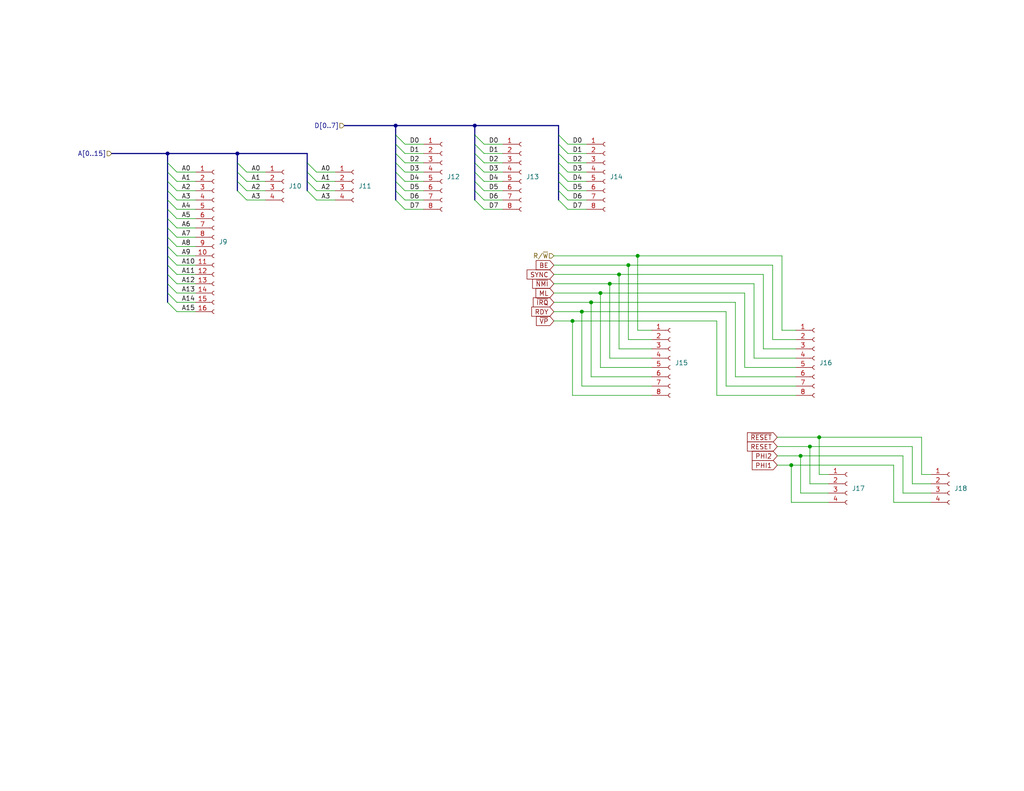
<source format=kicad_sch>
(kicad_sch (version 20250114) (generator "eeschema") (generator_version "9.0")
  (paper "USLetter")
  (lib_symbols
    (symbol "Connector:Conn_01x04_Socket" (pin_names (offset 1.016) (hide yes))
      (property "Reference" "J" (at 0 5.08 0))
      (property "Value" "Conn_01x04_Socket" (at 0 -7.62 0))
      (symbol "Conn_01x04_Socket_1_1"
        (polyline (pts (xy -1.27 2.54) (xy -0.508 2.54)) (stroke (width 0.1524)))
        (polyline (pts (xy -1.27 0) (xy -0.508 0)) (stroke (width 0.1524)))
        (polyline (pts (xy -1.27 -2.54) (xy -0.508 -2.54)) (stroke (width 0.1524)))
        (polyline (pts (xy -1.27 -5.08) (xy -0.508 -5.08)) (stroke (width 0.1524)))
        (arc (start 0 2.032) (mid -0.5058 2.54) (end 0 3.048) (stroke (width 0.1524)))
        (arc (start 0 -0.508) (mid -0.5058 0) (end 0 0.508) (stroke (width 0.1524)))
        (arc (start 0 -3.048) (mid -0.5058 -2.54) (end 0 -2.032) (stroke (width 0.1524)))
        (arc (start 0 -5.588) (mid -0.5058 -5.08) (end 0 -4.572) (stroke (width 0.1524)))
        (pin passive line (at -5.08 2.54 0) (length 3.81) (name "Pin_1") (number "1"))
        (pin passive line (at -5.08 0 0) (length 3.81) (name "Pin_2") (number "2"))
        (pin passive line (at -5.08 -2.54 0) (length 3.81) (name "Pin_3") (number "3"))
        (pin passive line (at -5.08 -5.08 0) (length 3.81) (name "Pin_4") (number "4"))
      )
    )
    (symbol "Connector:Conn_01x08_Socket" (pin_names (offset 1.016) (hide yes))
      (property "Reference" "J" (at 0 10.16 0))
      (property "Value" "Conn_01x08_Socket" (at 0 -12.7 0))
      (symbol "Conn_01x08_Socket_1_1"
        (polyline (pts (xy -1.27 7.62) (xy -0.508 7.62)) (stroke (width 0.1524)))
        (polyline (pts (xy -1.27 5.08) (xy -0.508 5.08)) (stroke (width 0.1524)))
        (polyline (pts (xy -1.27 2.54) (xy -0.508 2.54)) (stroke (width 0.1524)))
        (polyline (pts (xy -1.27 0) (xy -0.508 0)) (stroke (width 0.1524)))
        (polyline (pts (xy -1.27 -2.54) (xy -0.508 -2.54)) (stroke (width 0.1524)))
        (polyline (pts (xy -1.27 -5.08) (xy -0.508 -5.08)) (stroke (width 0.1524)))
        (polyline (pts (xy -1.27 -7.62) (xy -0.508 -7.62)) (stroke (width 0.1524)))
        (polyline (pts (xy -1.27 -10.16) (xy -0.508 -10.16)) (stroke (width 0.1524)))
        (arc (start 0 7.112) (mid -0.5058 7.62) (end 0 8.128) (stroke (width 0.1524)))
        (arc (start 0 4.572) (mid -0.5058 5.08) (end 0 5.588) (stroke (width 0.1524)))
        (arc (start 0 2.032) (mid -0.5058 2.54) (end 0 3.048) (stroke (width 0.1524)))
        (arc (start 0 -0.508) (mid -0.5058 0) (end 0 0.508) (stroke (width 0.1524)))
        (arc (start 0 -3.048) (mid -0.5058 -2.54) (end 0 -2.032) (stroke (width 0.1524)))
        (arc (start 0 -5.588) (mid -0.5058 -5.08) (end 0 -4.572) (stroke (width 0.1524)))
        (arc (start 0 -8.128) (mid -0.5058 -7.62) (end 0 -7.112) (stroke (width 0.1524)))
        (arc (start 0 -10.668) (mid -0.5058 -10.16) (end 0 -9.652) (stroke (width 0.1524)))
        (pin passive line (at -5.08 7.62 0) (length 3.81) (name "Pin_1") (number "1"))
        (pin passive line (at -5.08 5.08 0) (length 3.81) (name "Pin_2") (number "2"))
        (pin passive line (at -5.08 2.54 0) (length 3.81) (name "Pin_3") (number "3"))
        (pin passive line (at -5.08 0 0) (length 3.81) (name "Pin_4") (number "4"))
        (pin passive line (at -5.08 -2.54 0) (length 3.81) (name "Pin_5") (number "5"))
        (pin passive line (at -5.08 -5.08 0) (length 3.81) (name "Pin_6") (number "6"))
        (pin passive line (at -5.08 -7.62 0) (length 3.81) (name "Pin_7") (number "7"))
        (pin passive line (at -5.08 -10.16 0) (length 3.81) (name "Pin_8") (number "8"))
      )
    )
    (symbol "Connector:Conn_01x16_Socket" (pin_names (offset 1.016) (hide yes))
      (property "Reference" "J" (at 0 20.32 0))
      (property "Value" "Conn_01x16_Socket" (at 0 -22.86 0))
      (symbol "Conn_01x16_Socket_1_1"
        (polyline (pts (xy -1.27 17.78) (xy -0.508 17.78)) (stroke (width 0.1524)))
        (polyline (pts (xy -1.27 15.24) (xy -0.508 15.24)) (stroke (width 0.1524)))
        (polyline (pts (xy -1.27 12.7) (xy -0.508 12.7)) (stroke (width 0.1524)))
        (polyline (pts (xy -1.27 10.16) (xy -0.508 10.16)) (stroke (width 0.1524)))
        (polyline (pts (xy -1.27 7.62) (xy -0.508 7.62)) (stroke (width 0.1524)))
        (polyline (pts (xy -1.27 5.08) (xy -0.508 5.08)) (stroke (width 0.1524)))
        (polyline (pts (xy -1.27 2.54) (xy -0.508 2.54)) (stroke (width 0.1524)))
        (polyline (pts (xy -1.27 0) (xy -0.508 0)) (stroke (width 0.1524)))
        (polyline (pts (xy -1.27 -2.54) (xy -0.508 -2.54)) (stroke (width 0.1524)))
        (polyline (pts (xy -1.27 -5.08) (xy -0.508 -5.08)) (stroke (width 0.1524)))
        (polyline (pts (xy -1.27 -7.62) (xy -0.508 -7.62)) (stroke (width 0.1524)))
        (polyline (pts (xy -1.27 -10.16) (xy -0.508 -10.16)) (stroke (width 0.1524)))
        (polyline (pts (xy -1.27 -12.7) (xy -0.508 -12.7)) (stroke (width 0.1524)))
        (polyline (pts (xy -1.27 -15.24) (xy -0.508 -15.24)) (stroke (width 0.1524)))
        (polyline (pts (xy -1.27 -17.78) (xy -0.508 -17.78)) (stroke (width 0.1524)))
        (polyline (pts (xy -1.27 -20.32) (xy -0.508 -20.32)) (stroke (width 0.1524)))
        (arc (start 0 17.272) (mid -0.5058 17.78) (end 0 18.288) (stroke (width 0.1524)))
        (arc (start 0 14.732) (mid -0.5058 15.24) (end 0 15.748) (stroke (width 0.1524)))
        (arc (start 0 12.192) (mid -0.5058 12.7) (end 0 13.208) (stroke (width 0.1524)))
        (arc (start 0 9.652) (mid -0.5058 10.16) (end 0 10.668) (stroke (width 0.1524)))
        (arc (start 0 7.112) (mid -0.5058 7.62) (end 0 8.128) (stroke (width 0.1524)))
        (arc (start 0 4.572) (mid -0.5058 5.08) (end 0 5.588) (stroke (width 0.1524)))
        (arc (start 0 2.032) (mid -0.5058 2.54) (end 0 3.048) (stroke (width 0.1524)))
        (arc (start 0 -0.508) (mid -0.5058 0) (end 0 0.508) (stroke (width 0.1524)))
        (arc (start 0 -3.048) (mid -0.5058 -2.54) (end 0 -2.032) (stroke (width 0.1524)))
        (arc (start 0 -5.588) (mid -0.5058 -5.08) (end 0 -4.572) (stroke (width 0.1524)))
        (arc (start 0 -8.128) (mid -0.5058 -7.62) (end 0 -7.112) (stroke (width 0.1524)))
        (arc (start 0 -10.668) (mid -0.5058 -10.16) (end 0 -9.652) (stroke (width 0.1524)))
        (arc (start 0 -13.208) (mid -0.5058 -12.7) (end 0 -12.192) (stroke (width 0.1524)))
        (arc (start 0 -15.748) (mid -0.5058 -15.24) (end 0 -14.732) (stroke (width 0.1524)))
        (arc (start 0 -18.288) (mid -0.5058 -17.78) (end 0 -17.272) (stroke (width 0.1524)))
        (arc (start 0 -20.828) (mid -0.5058 -20.32) (end 0 -19.812) (stroke (width 0.1524)))
        (pin passive line (at -5.08 17.78 0) (length 3.81) (name "Pin_1") (number "1"))
        (pin passive line (at -5.08 15.24 0) (length 3.81) (name "Pin_2") (number "2"))
        (pin passive line (at -5.08 12.7 0) (length 3.81) (name "Pin_3") (number "3"))
        (pin passive line (at -5.08 10.16 0) (length 3.81) (name "Pin_4") (number "4"))
        (pin passive line (at -5.08 7.62 0) (length 3.81) (name "Pin_5") (number "5"))
        (pin passive line (at -5.08 5.08 0) (length 3.81) (name "Pin_6") (number "6"))
        (pin passive line (at -5.08 2.54 0) (length 3.81) (name "Pin_7") (number "7"))
        (pin passive line (at -5.08 0 0) (length 3.81) (name "Pin_8") (number "8"))
        (pin passive line (at -5.08 -2.54 0) (length 3.81) (name "Pin_9") (number "9"))
        (pin passive line (at -5.08 -5.08 0) (length 3.81) (name "Pin_10") (number "10"))
        (pin passive line (at -5.08 -7.62 0) (length 3.81) (name "Pin_11") (number "11"))
        (pin passive line (at -5.08 -10.16 0) (length 3.81) (name "Pin_12") (number "12"))
        (pin passive line (at -5.08 -12.7 0) (length 3.81) (name "Pin_13") (number "13"))
        (pin passive line (at -5.08 -15.24 0) (length 3.81) (name "Pin_14") (number "14"))
        (pin passive line (at -5.08 -17.78 0) (length 3.81) (name "Pin_15") (number "15"))
        (pin passive line (at -5.08 -20.32 0) (length 3.81) (name "Pin_16") (number "16"))
      )
    )
  )
  (junction (at 158.75 85.09))
  (junction (at 161.29 82.55))
  (junction (at 45.72 41.91))
  (junction (at 218.44 124.46))
  (junction (at 168.91 74.93))
  (junction (at 171.45 72.39))
  (junction (at 156.21 87.63))
  (junction (at 223.52 119.38))
  (junction (at 64.77 41.91))
  (junction (at 129.54 34.29))
  (junction (at 220.98 121.92))
  (junction (at 107.95 34.29))
  (junction (at 166.37 77.47))
  (junction (at 163.83 80.01))
  (junction (at 173.99 69.85))
  (junction (at 215.9 127))
  (bus_entry (at 64.77 49.53) (size 2.54 2.54))
  (bus_entry (at 45.72 82.55) (size 2.54 2.54))
  (bus_entry (at 107.95 39.37) (size 2.54 2.54))
  (bus_entry (at 45.72 67.31) (size 2.54 2.54))
  (bus_entry (at 45.72 80.01) (size 2.54 2.54))
  (bus_entry (at 152.4 39.37) (size 2.54 2.54))
  (bus_entry (at 45.72 77.47) (size 2.54 2.54))
  (bus_entry (at 129.54 52.07) (size 2.54 2.54))
  (bus_entry (at 83.82 46.99) (size 2.54 2.54))
  (bus_entry (at 45.72 74.93) (size 2.54 2.54))
  (bus_entry (at 107.95 49.53) (size 2.54 2.54))
  (bus_entry (at 152.4 36.83) (size 2.54 2.54))
  (bus_entry (at 83.82 49.53) (size 2.54 2.54))
  (bus_entry (at 45.72 49.53) (size 2.54 2.54))
  (bus_entry (at 45.72 72.39) (size 2.54 2.54))
  (bus_entry (at 107.95 54.61) (size 2.54 2.54))
  (bus_entry (at 129.54 49.53) (size 2.54 2.54))
  (bus_entry (at 152.4 44.45) (size 2.54 2.54))
  (bus_entry (at 64.77 46.99) (size 2.54 2.54))
  (bus_entry (at 64.77 44.45) (size 2.54 2.54))
  (bus_entry (at 129.54 46.99) (size 2.54 2.54))
  (bus_entry (at 45.72 46.99) (size 2.54 2.54))
  (bus_entry (at 107.95 36.83) (size 2.54 2.54))
  (bus_entry (at 129.54 54.61) (size 2.54 2.54))
  (bus_entry (at 107.95 46.99) (size 2.54 2.54))
  (bus_entry (at 152.4 46.99) (size 2.54 2.54))
  (bus_entry (at 107.95 41.91) (size 2.54 2.54))
  (bus_entry (at 83.82 44.45) (size 2.54 2.54))
  (bus_entry (at 129.54 44.45) (size 2.54 2.54))
  (bus_entry (at 152.4 49.53) (size 2.54 2.54))
  (bus_entry (at 83.82 52.07) (size 2.54 2.54))
  (bus_entry (at 152.4 52.07) (size 2.54 2.54))
  (bus_entry (at 45.72 59.69) (size 2.54 2.54))
  (bus_entry (at 45.72 69.85) (size 2.54 2.54))
  (bus_entry (at 45.72 44.45) (size 2.54 2.54))
  (bus_entry (at 129.54 41.91) (size 2.54 2.54))
  (bus_entry (at 45.72 52.07) (size 2.54 2.54))
  (bus_entry (at 107.95 44.45) (size 2.54 2.54))
  (bus_entry (at 152.4 41.91) (size 2.54 2.54))
  (bus_entry (at 45.72 64.77) (size 2.54 2.54))
  (bus_entry (at 64.77 52.07) (size 2.54 2.54))
  (bus_entry (at 45.72 54.61) (size 2.54 2.54))
  (bus_entry (at 129.54 36.83) (size 2.54 2.54))
  (bus_entry (at 152.4 54.61) (size 2.54 2.54))
  (bus_entry (at 45.72 57.15) (size 2.54 2.54))
  (bus_entry (at 129.54 39.37) (size 2.54 2.54))
  (bus_entry (at 45.72 62.23) (size 2.54 2.54))
  (bus_entry (at 107.95 52.07) (size 2.54 2.54))
  (wire (pts (xy 210.82 72.39) (xy 210.82 92.71)))
  (wire (pts (xy 173.99 69.85) (xy 173.99 90.17)))
  (wire (pts (xy 223.52 119.38) (xy 223.52 129.54)))
  (wire (pts (xy 86.36 46.99) (xy 91.44 46.99)))
  (bus (pts (xy 129.54 44.45) (xy 129.54 46.99)))
  (wire (pts (xy 151.13 82.55) (xy 161.29 82.55)))
  (wire (pts (xy 177.8 107.95) (xy 156.21 107.95)))
  (wire (pts (xy 226.06 137.16) (xy 215.9 137.16)))
  (wire (pts (xy 132.08 57.15) (xy 137.16 57.15)))
  (wire (pts (xy 243.84 137.16) (xy 254 137.16)))
  (wire (pts (xy 151.13 80.01) (xy 163.83 80.01)))
  (wire (pts (xy 132.08 54.61) (xy 137.16 54.61)))
  (wire (pts (xy 48.26 46.99) (xy 53.34 46.99)))
  (wire (pts (xy 67.31 52.07) (xy 72.39 52.07)))
  (bus (pts (xy 107.95 36.83) (xy 107.95 39.37)))
  (wire (pts (xy 110.49 41.91) (xy 115.57 41.91)))
  (bus (pts (xy 152.4 39.37) (xy 152.4 41.91)))
  (wire (pts (xy 48.26 72.39) (xy 53.34 72.39)))
  (wire (pts (xy 156.21 87.63) (xy 156.21 107.95)))
  (bus (pts (xy 129.54 41.91) (xy 129.54 44.45)))
  (wire (pts (xy 212.09 119.38) (xy 223.52 119.38)))
  (wire (pts (xy 200.66 82.55) (xy 200.66 102.87)))
  (bus (pts (xy 45.72 59.69) (xy 45.72 62.23)))
  (wire (pts (xy 132.08 52.07) (xy 137.16 52.07)))
  (wire (pts (xy 132.08 39.37) (xy 137.16 39.37)))
  (bus (pts (xy 152.4 34.29) (xy 152.4 36.83)))
  (wire (pts (xy 177.8 105.41) (xy 158.75 105.41)))
  (wire (pts (xy 212.09 121.92) (xy 220.98 121.92)))
  (bus (pts (xy 152.4 41.91) (xy 152.4 44.45)))
  (bus (pts (xy 152.4 36.83) (xy 152.4 39.37)))
  (bus (pts (xy 152.4 44.45) (xy 152.4 46.99)))
  (wire (pts (xy 110.49 44.45) (xy 115.57 44.45)))
  (wire (pts (xy 218.44 134.62) (xy 218.44 124.46)))
  (wire (pts (xy 171.45 72.39) (xy 171.45 92.71)))
  (wire (pts (xy 254 132.08) (xy 248.92 132.08)))
  (bus (pts (xy 45.72 80.01) (xy 45.72 82.55)))
  (wire (pts (xy 243.84 127) (xy 243.84 137.16)))
  (wire (pts (xy 48.26 57.15) (xy 53.34 57.15)))
  (wire (pts (xy 177.8 95.25) (xy 168.91 95.25)))
  (wire (pts (xy 177.8 92.71) (xy 171.45 92.71)))
  (bus (pts (xy 83.82 49.53) (xy 83.82 52.07)))
  (wire (pts (xy 158.75 85.09) (xy 198.12 85.09)))
  (wire (pts (xy 251.46 129.54) (xy 251.46 119.38)))
  (bus (pts (xy 45.72 52.07) (xy 45.72 54.61)))
  (wire (pts (xy 132.08 41.91) (xy 137.16 41.91)))
  (bus (pts (xy 64.77 41.91) (xy 83.82 41.91)))
  (bus (pts (xy 129.54 39.37) (xy 129.54 41.91)))
  (wire (pts (xy 215.9 127) (xy 243.84 127)))
  (wire (pts (xy 48.26 77.47) (xy 53.34 77.47)))
  (wire (pts (xy 151.13 74.93) (xy 168.91 74.93)))
  (wire (pts (xy 212.09 124.46) (xy 218.44 124.46)))
  (wire (pts (xy 208.28 74.93) (xy 208.28 95.25)))
  (wire (pts (xy 166.37 77.47) (xy 205.74 77.47)))
  (wire (pts (xy 220.98 132.08) (xy 220.98 121.92)))
  (wire (pts (xy 223.52 119.38) (xy 251.46 119.38)))
  (wire (pts (xy 254 134.62) (xy 246.38 134.62)))
  (wire (pts (xy 220.98 121.92) (xy 248.92 121.92)))
  (wire (pts (xy 154.94 49.53) (xy 160.02 49.53)))
  (wire (pts (xy 161.29 82.55) (xy 200.66 82.55)))
  (bus (pts (xy 45.72 49.53) (xy 45.72 52.07)))
  (wire (pts (xy 154.94 54.61) (xy 160.02 54.61)))
  (wire (pts (xy 48.26 49.53) (xy 53.34 49.53)))
  (wire (pts (xy 173.99 90.17) (xy 177.8 90.17)))
  (bus (pts (xy 83.82 46.99) (xy 83.82 49.53)))
  (bus (pts (xy 45.72 46.99) (xy 45.72 49.53)))
  (wire (pts (xy 67.31 54.61) (xy 72.39 54.61)))
  (bus (pts (xy 45.72 41.91) (xy 45.72 44.45)))
  (wire (pts (xy 48.26 82.55) (xy 53.34 82.55)))
  (wire (pts (xy 205.74 77.47) (xy 205.74 97.79)))
  (bus (pts (xy 64.77 46.99) (xy 64.77 49.53)))
  (wire (pts (xy 110.49 52.07) (xy 115.57 52.07)))
  (wire (pts (xy 226.06 134.62) (xy 218.44 134.62)))
  (wire (pts (xy 86.36 54.61) (xy 91.44 54.61)))
  (wire (pts (xy 254 129.54) (xy 251.46 129.54)))
  (wire (pts (xy 215.9 137.16) (xy 215.9 127)))
  (bus (pts (xy 129.54 34.29) (xy 129.54 36.83)))
  (bus (pts (xy 107.95 34.29) (xy 107.95 36.83)))
  (wire (pts (xy 217.17 100.33) (xy 203.2 100.33)))
  (wire (pts (xy 48.26 74.93) (xy 53.34 74.93)))
  (wire (pts (xy 154.94 41.91) (xy 160.02 41.91)))
  (bus (pts (xy 45.72 54.61) (xy 45.72 57.15)))
  (wire (pts (xy 166.37 77.47) (xy 166.37 97.79)))
  (wire (pts (xy 132.08 44.45) (xy 137.16 44.45)))
  (wire (pts (xy 154.94 39.37) (xy 160.02 39.37)))
  (wire (pts (xy 177.8 100.33) (xy 163.83 100.33)))
  (bus (pts (xy 129.54 49.53) (xy 129.54 52.07)))
  (wire (pts (xy 110.49 46.99) (xy 115.57 46.99)))
  (bus (pts (xy 45.72 64.77) (xy 45.72 67.31)))
  (bus (pts (xy 64.77 44.45) (xy 64.77 46.99)))
  (wire (pts (xy 48.26 67.31) (xy 53.34 67.31)))
  (bus (pts (xy 107.95 34.29) (xy 129.54 34.29)))
  (bus (pts (xy 107.95 44.45) (xy 107.95 46.99)))
  (wire (pts (xy 198.12 85.09) (xy 198.12 105.41)))
  (bus (pts (xy 107.95 49.53) (xy 107.95 52.07)))
  (wire (pts (xy 151.13 72.39) (xy 171.45 72.39)))
  (wire (pts (xy 48.26 54.61) (xy 53.34 54.61)))
  (wire (pts (xy 168.91 74.93) (xy 208.28 74.93)))
  (bus (pts (xy 152.4 52.07) (xy 152.4 54.61)))
  (wire (pts (xy 154.94 52.07) (xy 160.02 52.07)))
  (wire (pts (xy 163.83 80.01) (xy 163.83 100.33)))
  (wire (pts (xy 217.17 95.25) (xy 208.28 95.25)))
  (wire (pts (xy 67.31 46.99) (xy 72.39 46.99)))
  (wire (pts (xy 48.26 62.23) (xy 53.34 62.23)))
  (wire (pts (xy 48.26 85.09) (xy 53.34 85.09)))
  (bus (pts (xy 152.4 49.53) (xy 152.4 52.07)))
  (bus (pts (xy 45.72 72.39) (xy 45.72 74.93)))
  (wire (pts (xy 217.17 92.71) (xy 210.82 92.71)))
  (wire (pts (xy 195.58 87.63) (xy 195.58 107.95)))
  (bus (pts (xy 64.77 41.91) (xy 64.77 44.45)))
  (wire (pts (xy 86.36 52.07) (xy 91.44 52.07)))
  (wire (pts (xy 48.26 64.77) (xy 53.34 64.77)))
  (wire (pts (xy 151.13 77.47) (xy 166.37 77.47)))
  (wire (pts (xy 217.17 107.95) (xy 195.58 107.95)))
  (bus (pts (xy 129.54 34.29) (xy 152.4 34.29)))
  (wire (pts (xy 110.49 39.37) (xy 115.57 39.37)))
  (wire (pts (xy 154.94 57.15) (xy 160.02 57.15)))
  (wire (pts (xy 110.49 57.15) (xy 115.57 57.15)))
  (wire (pts (xy 151.13 87.63) (xy 156.21 87.63)))
  (bus (pts (xy 152.4 46.99) (xy 152.4 49.53)))
  (bus (pts (xy 64.77 49.53) (xy 64.77 52.07)))
  (wire (pts (xy 161.29 82.55) (xy 161.29 102.87)))
  (wire (pts (xy 158.75 85.09) (xy 158.75 105.41)))
  (wire (pts (xy 226.06 132.08) (xy 220.98 132.08)))
  (bus (pts (xy 107.95 46.99) (xy 107.95 49.53)))
  (wire (pts (xy 156.21 87.63) (xy 195.58 87.63)))
  (wire (pts (xy 217.17 90.17) (xy 213.36 90.17)))
  (bus (pts (xy 129.54 36.83) (xy 129.54 39.37)))
  (wire (pts (xy 217.17 105.41) (xy 198.12 105.41)))
  (bus (pts (xy 45.72 41.91) (xy 64.77 41.91)))
  (bus (pts (xy 83.82 44.45) (xy 83.82 46.99)))
  (wire (pts (xy 203.2 80.01) (xy 203.2 100.33)))
  (bus (pts (xy 107.95 52.07) (xy 107.95 54.61)))
  (wire (pts (xy 246.38 134.62) (xy 246.38 124.46)))
  (wire (pts (xy 217.17 102.87) (xy 200.66 102.87)))
  (wire (pts (xy 48.26 80.01) (xy 53.34 80.01)))
  (bus (pts (xy 45.72 44.45) (xy 45.72 46.99)))
  (bus (pts (xy 93.98 34.29) (xy 107.95 34.29)))
  (bus (pts (xy 45.72 57.15) (xy 45.72 59.69)))
  (wire (pts (xy 217.17 97.79) (xy 205.74 97.79)))
  (wire (pts (xy 177.8 97.79) (xy 166.37 97.79)))
  (wire (pts (xy 226.06 129.54) (xy 223.52 129.54)))
  (wire (pts (xy 67.31 49.53) (xy 72.39 49.53)))
  (bus (pts (xy 129.54 46.99) (xy 129.54 49.53)))
  (bus (pts (xy 83.82 41.91) (xy 83.82 44.45)))
  (wire (pts (xy 48.26 69.85) (xy 53.34 69.85)))
  (wire (pts (xy 132.08 46.99) (xy 137.16 46.99)))
  (wire (pts (xy 163.83 80.01) (xy 203.2 80.01)))
  (wire (pts (xy 177.8 102.87) (xy 161.29 102.87)))
  (wire (pts (xy 48.26 59.69) (xy 53.34 59.69)))
  (wire (pts (xy 173.99 69.85) (xy 213.36 69.85)))
  (bus (pts (xy 45.72 77.47) (xy 45.72 80.01)))
  (wire (pts (xy 171.45 72.39) (xy 210.82 72.39)))
  (bus (pts (xy 45.72 67.31) (xy 45.72 69.85)))
  (bus (pts (xy 45.72 62.23) (xy 45.72 64.77)))
  (wire (pts (xy 110.49 49.53) (xy 115.57 49.53)))
  (wire (pts (xy 154.94 46.99) (xy 160.02 46.99)))
  (bus (pts (xy 30.48 41.91) (xy 45.72 41.91)))
  (wire (pts (xy 86.36 49.53) (xy 91.44 49.53)))
  (wire (pts (xy 132.08 49.53) (xy 137.16 49.53)))
  (wire (pts (xy 212.09 127) (xy 215.9 127)))
  (wire (pts (xy 154.94 44.45) (xy 160.02 44.45)))
  (wire (pts (xy 213.36 69.85) (xy 213.36 90.17)))
  (wire (pts (xy 151.13 69.85) (xy 173.99 69.85)))
  (bus (pts (xy 45.72 69.85) (xy 45.72 72.39)))
  (wire (pts (xy 168.91 74.93) (xy 168.91 95.25)))
  (bus (pts (xy 45.72 74.93) (xy 45.72 77.47)))
  (wire (pts (xy 48.26 52.07) (xy 53.34 52.07)))
  (wire (pts (xy 110.49 54.61) (xy 115.57 54.61)))
  (wire (pts (xy 248.92 132.08) (xy 248.92 121.92)))
  (bus (pts (xy 107.95 39.37) (xy 107.95 41.91)))
  (bus (pts (xy 107.95 41.91) (xy 107.95 44.45)))
  (wire (pts (xy 151.13 85.09) (xy 158.75 85.09)))
  (wire (pts (xy 218.44 124.46) (xy 246.38 124.46)))
  (bus (pts (xy 129.54 52.07) (xy 129.54 54.61)))
  (label "D7" (at 156.21 57.15 0))
  (label "A1" (at 87.63 49.53 0))
  (label "A10" (at 49.53 72.39 0))
  (label "A0" (at 87.63 46.99 0))
  (label "D5" (at 133.35 52.07 0))
  (label "A8" (at 49.53 67.31 0))
  (label "A0" (at 68.58 46.99 0))
  (label "A13" (at 49.53 80.01 0))
  (label "A1" (at 49.53 49.53 0))
  (label "A7" (at 49.53 64.77 0))
  (label "D4" (at 156.21 49.53 0))
  (label "D3" (at 133.35 46.99 0))
  (label "D0" (at 156.21 39.37 0))
  (label "D1" (at 133.35 41.91 0))
  (label "A14" (at 49.53 82.55 0))
  (label "A6" (at 49.53 62.23 0))
  (label "A4" (at 49.53 57.15 0))
  (label "D4" (at 111.76 49.53 0))
  (label "D0" (at 111.76 39.37 0))
  (label "D6" (at 133.35 54.61 0))
  (label "D1" (at 156.21 41.91 0))
  (label "A11" (at 49.53 74.93 0))
  (label "D2" (at 156.21 44.45 0))
  (label "D1" (at 111.76 41.91 0))
  (label "A2" (at 68.58 52.07 0))
  (label "D3" (at 111.76 46.99 0))
  (label "A15" (at 49.53 85.09 0))
  (label "A1" (at 68.58 49.53 0))
  (label "A9" (at 49.53 69.85 0))
  (label "A2" (at 49.53 52.07 0))
  (label "D5" (at 111.76 52.07 0))
  (label "D5" (at 156.21 52.07 0))
  (label "A2" (at 87.63 52.07 0))
  (label "D0" (at 133.35 39.37 0))
  (label "D4" (at 133.35 49.53 0))
  (label "A3" (at 68.58 54.61 0))
  (label "D3" (at 156.21 46.99 0))
  (label "D6" (at 111.76 54.61 0))
  (label "D2" (at 133.35 44.45 0))
  (label "D7" (at 111.76 57.15 0))
  (label "A12" (at 49.53 77.47 0))
  (label "A0" (at 49.53 46.99 0))
  (label "A5" (at 49.53 59.69 0))
  (label "D2" (at 111.76 44.45 0))
  (label "A3" (at 87.63 54.61 0))
  (label "A3" (at 49.53 54.61 0))
  (label "D7" (at 133.35 57.15 0))
  (label "D6" (at 156.21 54.61 0))
  (global_label "RDY" (shape input) (at 151.13 85.09 180) (property "Intersheetrefs" "${INTERSHEET_REFS}" (effects (hide yes))))
  (global_label "ML" (shape input) (at 151.13 80.01 180) (property "Intersheetrefs" "${INTERSHEET_REFS}" (effects (hide yes))))
  (global_label "RESET" (shape input) (at 212.09 121.92 180) (property "Intersheetrefs" "${INTERSHEET_REFS}" (effects (hide yes))))
  (global_label "BE" (shape input) (at 151.13 72.39 180) (property "Intersheetrefs" "${INTERSHEET_REFS}" (effects (hide yes))))
  (global_label "~{VP}" (shape input) (at 151.13 87.63 180) (property "Intersheetrefs" "${INTERSHEET_REFS}" (effects (hide yes))))
  (global_label "~{NMI}" (shape input) (at 151.13 77.47 180) (property "Intersheetrefs" "${INTERSHEET_REFS}" (effects (hide yes))))
  (global_label "SYNC" (shape input) (at 151.13 74.93 180) (property "Intersheetrefs" "${INTERSHEET_REFS}" (effects (hide yes))))
  (global_label "PHI1" (shape input) (at 212.09 127 180) (property "Intersheetrefs" "${INTERSHEET_REFS}" (effects (hide yes))))
  (global_label "~{RESET}" (shape input) (at 212.09 119.38 180) (property "Intersheetrefs" "${INTERSHEET_REFS}" (effects (hide yes))))
  (global_label "~{IRQ}" (shape input) (at 151.13 82.55 180) (property "Intersheetrefs" "${INTERSHEET_REFS}" (effects (hide yes))))
  (global_label "PHI2" (shape input) (at 212.09 124.46 180) (property "Intersheetrefs" "${INTERSHEET_REFS}" (effects (hide yes))))
  (hierarchical_label "R{slash}~{W}" (shape input) (at 151.13 69.85 180))
  (hierarchical_label "A[0..15]" (shape input) (at 30.48 41.91 180))
  (hierarchical_label "D[0..7]" (shape input) (at 93.98 34.29 180))
  (symbol (lib_id "Connector:Conn_01x04_Socket") (at 259.08 132.08 0) (unit 1)
    (property "Reference" "J18" (at 260.35 133.3499 0) (effects (justify left)))
    (property "Value" "Conn_01x04_Socket" (effects (hide yes)))
    (property "Footprint" "Connector_PinSocket_2.54mm:PinSocket_1x04_P2.54mm_Vertical" (effects (hide yes)))
    (property "Description" "Generic connector, single row, 01x04, script generated" (effects (hide yes)))
  )
  (symbol (lib_id "Connector:Conn_01x04_Socket") (at 231.14 132.08 0) (unit 1)
    (property "Reference" "J17" (at 232.41 133.3499 0) (effects (justify left)))
    (property "Value" "Conn_01x04_Socket" (effects (hide yes)))
    (property "Footprint" "Connector_PinSocket_2.54mm:PinSocket_1x04_P2.54mm_Vertical" (effects (hide yes)))
    (property "Description" "Generic connector, single row, 01x04, script generated" (effects (hide yes)))
  )
  (symbol (lib_id "Connector:Conn_01x08_Socket") (at 165.1 46.99 0) (unit 1)
    (property "Reference" "J14" (at 166.37 48.2599 0) (effects (justify left)))
    (property "Value" "Conn_01x08_Socket" (effects (hide yes)))
    (property "Footprint" "Connector_PinSocket_2.54mm:PinSocket_1x08_P2.54mm_Vertical" (effects (hide yes)))
    (property "Description" "Generic connector, single row, 01x08, script generated" (effects (hide yes)))
  )
  (symbol (lib_id "Connector:Conn_01x08_Socket") (at 222.25 97.79 0) (unit 1)
    (property "Reference" "J16" (at 223.52 99.0599 0) (effects (justify left)))
    (property "Value" "Conn_01x08_Socket" (effects (hide yes)))
    (property "Footprint" "Connector_PinSocket_2.54mm:PinSocket_1x08_P2.54mm_Vertical" (effects (hide yes)))
    (property "Description" "Generic connector, single row, 01x08, script generated" (effects (hide yes)))
  )
  (symbol (lib_id "Connector:Conn_01x08_Socket") (at 142.24 46.99 0) (unit 1)
    (property "Reference" "J13" (at 143.51 48.2599 0) (effects (justify left)))
    (property "Value" "Conn_01x08_Socket" (effects (hide yes)))
    (property "Footprint" "Connector_PinSocket_2.54mm:PinSocket_1x08_P2.54mm_Vertical" (effects (hide yes)))
    (property "Description" "Generic connector, single row, 01x08, script generated" (effects (hide yes)))
  )
  (symbol (lib_id "Connector:Conn_01x08_Socket") (at 120.65 46.99 0) (unit 1)
    (property "Reference" "J12" (at 121.92 48.2599 0) (effects (justify left)))
    (property "Value" "Conn_01x08_Socket" (effects (hide yes)))
    (property "Footprint" "Connector_PinSocket_2.54mm:PinSocket_1x08_P2.54mm_Vertical" (effects (hide yes)))
    (property "Description" "Generic connector, single row, 01x08, script generated" (effects (hide yes)))
  )
  (symbol (lib_id "Connector:Conn_01x04_Socket") (at 96.52 49.53 0) (unit 1)
    (property "Reference" "J11" (at 97.79 50.8 0) (effects (justify left)))
    (property "Value" "Conn_01x04_Socket" (effects (hide yes)))
    (property "Footprint" "Connector_PinSocket_2.54mm:PinSocket_1x04_P2.54mm_Vertical" (effects (hide yes)))
    (property "Description" "Generic connector, single row, 01x04, script generated" (effects (hide yes)))
  )
  (symbol (lib_id "Connector:Conn_01x04_Socket") (at 77.47 49.53 0) (unit 1)
    (property "Reference" "J10" (at 78.74 50.8 0) (effects (justify left)))
    (property "Value" "Conn_01x04_Socket" (effects (hide yes)))
    (property "Footprint" "Connector_PinSocket_2.54mm:PinSocket_1x04_P2.54mm_Vertical" (effects (hide yes)))
    (property "Description" "Generic connector, single row, 01x04, script generated" (effects (hide yes)))
  )
  (symbol (lib_id "Connector:Conn_01x08_Socket") (at 182.88 97.79 0) (unit 1)
    (property "Reference" "J15" (at 184.15 99.0599 0) (effects (justify left)))
    (property "Value" "Conn_01x08_Socket" (effects (hide yes)))
    (property "Footprint" "Connector_PinSocket_2.54mm:PinSocket_1x08_P2.54mm_Vertical" (effects (hide yes)))
    (property "Description" "Generic connector, single row, 01x08, script generated" (effects (hide yes)))
  )
  (symbol (lib_id "Connector:Conn_01x16_Socket") (at 58.42 64.77 0) (unit 1)
    (property "Reference" "J9" (at 59.69 66.0399 0) (effects (justify left)))
    (property "Value" "Conn_01x16_Socket" (effects (hide yes)))
    (property "Footprint" "Connector_PinSocket_2.54mm:PinSocket_1x16_P2.54mm_Vertical" (effects (hide yes)))
    (property "Description" "Generic connector, single row, 01x16, script generated" (effects (hide yes)))
  )
)
</source>
